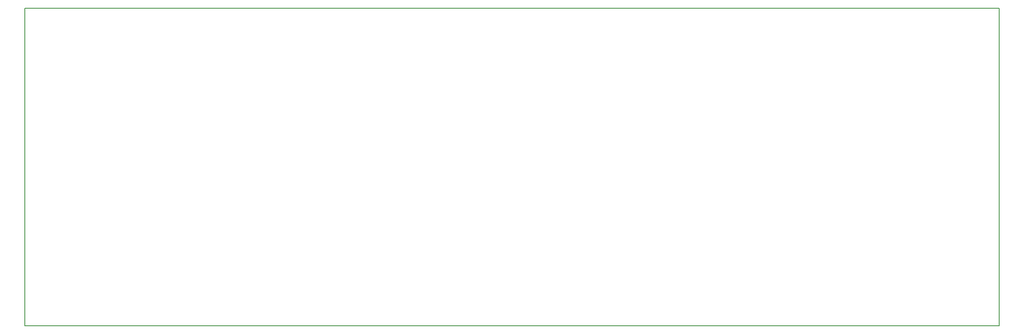
<source format=gm1>
G04 #@! TF.GenerationSoftware,KiCad,Pcbnew,5.1.10*
G04 #@! TF.CreationDate,2021-06-21T08:13:57-04:00*
G04 #@! TF.ProjectId,EVE-PCB-V4,4556452d-5043-4422-9d56-342e6b696361,rev?*
G04 #@! TF.SameCoordinates,Original*
G04 #@! TF.FileFunction,Profile,NP*
%FSLAX46Y46*%
G04 Gerber Fmt 4.6, Leading zero omitted, Abs format (unit mm)*
G04 Created by KiCad (PCBNEW 5.1.10) date 2021-06-21 08:13:57*
%MOMM*%
%LPD*%
G01*
G04 APERTURE LIST*
G04 #@! TA.AperFunction,Profile*
%ADD10C,0.150000*%
G04 #@! TD*
G04 APERTURE END LIST*
D10*
X249936000Y-54057600D02*
X249936000Y-119227600D01*
X249936000Y-54057600D02*
X50444400Y-54057600D01*
X50444400Y-119227600D02*
X50444400Y-54057600D01*
X249936000Y-119227600D02*
X50444400Y-119227600D01*
M02*

</source>
